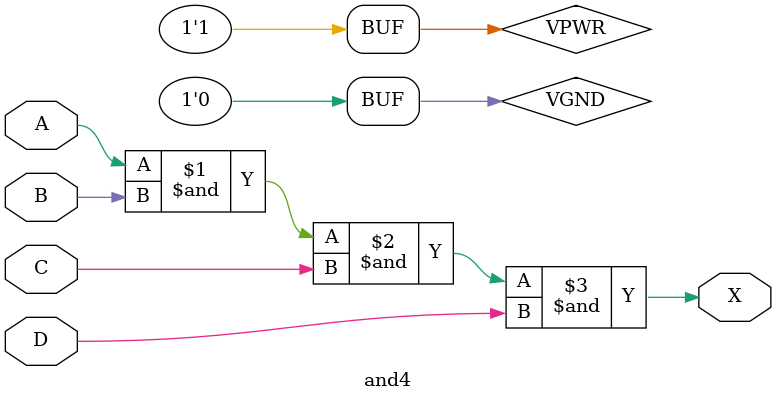
<source format=v>
module and4 (
    input A,
    input B,
    input C,
    input D,
    output X
);

    // Voltage supply signals
    supply1 VPWR;
    supply0 VGND;

    assign X = A & B & C & D;

endmodule
</source>
